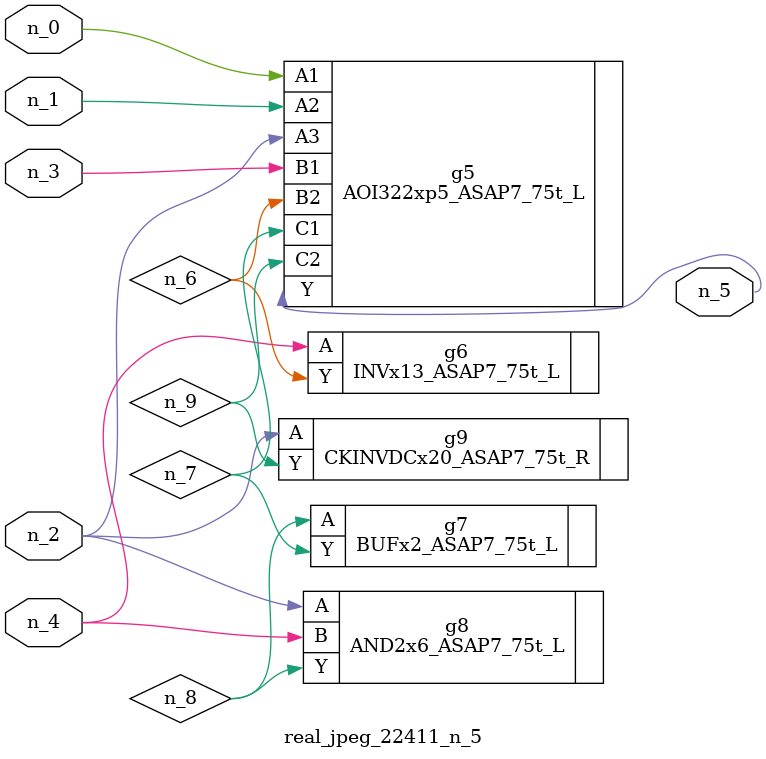
<source format=v>
module real_jpeg_22411_n_5 (n_4, n_0, n_1, n_2, n_3, n_5);

input n_4;
input n_0;
input n_1;
input n_2;
input n_3;

output n_5;

wire n_8;
wire n_6;
wire n_7;
wire n_9;

AOI322xp5_ASAP7_75t_L g5 ( 
.A1(n_0),
.A2(n_1),
.A3(n_2),
.B1(n_3),
.B2(n_6),
.C1(n_7),
.C2(n_9),
.Y(n_5)
);

AND2x6_ASAP7_75t_L g8 ( 
.A(n_2),
.B(n_4),
.Y(n_8)
);

CKINVDCx20_ASAP7_75t_R g9 ( 
.A(n_2),
.Y(n_9)
);

INVx13_ASAP7_75t_L g6 ( 
.A(n_4),
.Y(n_6)
);

BUFx2_ASAP7_75t_L g7 ( 
.A(n_8),
.Y(n_7)
);


endmodule
</source>
